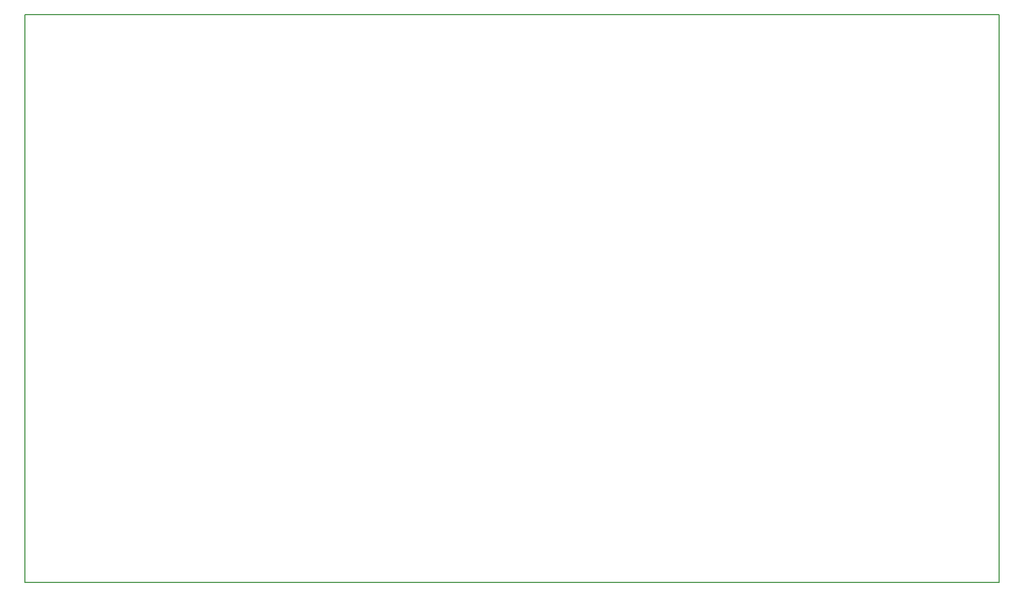
<source format=gko>
G04 #@! TF.FileFunction,Profile,NP*
%FSLAX46Y46*%
G04 Gerber Fmt 4.6, Leading zero omitted, Abs format (unit mm)*
G04 Created by KiCad (PCBNEW (2014-11-29 BZR 5307)-product) date Sat 04 Jul 2015 02:05:10 PM CDT*
%MOMM*%
G01*
G04 APERTURE LIST*
%ADD10C,0.100000*%
%ADD11C,0.150000*%
G04 APERTURE END LIST*
D10*
D11*
X82550000Y-43180000D02*
X82550000Y-132080000D01*
X234950000Y-43180000D02*
X82550000Y-43180000D01*
X227330000Y-132080000D02*
X234950000Y-132080000D01*
X234950000Y-132080000D02*
X234950000Y-43180000D01*
X82550000Y-132080000D02*
X227330000Y-132080000D01*
M02*

</source>
